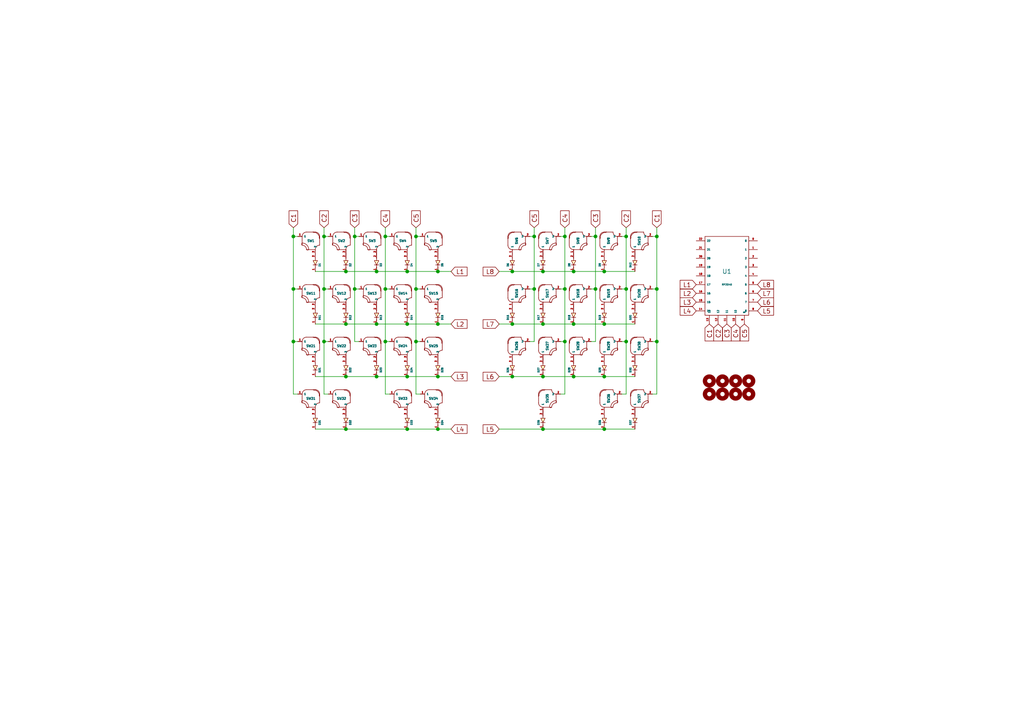
<source format=kicad_sch>
(kicad_sch (version 20211123) (generator eeschema)
  (paper "A4")
  (lib_symbols
    (symbol "Diode_1"
      (property "Reference" "D" (at -0.635 -1.27 0))
      (symbol "Diode_1_1_1"
        (pin bidirectional line (at -2.54 0 0) (length 1.27) (name "") (number "1"))
        (pin bidirectional line (at 2.54 0 180) (length 1.27) (name "") (number "2"))
      )
    )
    (symbol "Diode_10"
      (property "Reference" "D" (at -0.635 -1.27 0))
      (symbol "Diode_10_1_1"
        (pin bidirectional line (at -2.54 0 0) (length 1.27) (name "") (number "1"))
        (pin bidirectional line (at 2.54 0 180) (length 1.27) (name "") (number "2"))
      )
    )
    (symbol "Diode_11"
      (property "Reference" "D" (at -0.635 -1.27 0))
      (symbol "Diode_11_1_1"
        (pin bidirectional line (at -2.54 0 0) (length 1.27) (name "") (number "1"))
        (pin bidirectional line (at 2.54 0 180) (length 1.27) (name "") (number "2"))
      )
    )
    (symbol "Diode_12"
      (property "Reference" "D" (at -0.635 -1.27 0))
      (symbol "Diode_12_1_1"
        (pin bidirectional line (at -2.54 0 0) (length 1.27) (name "") (number "1"))
        (pin bidirectional line (at 2.54 0 180) (length 1.27) (name "") (number "2"))
      )
    )
    (symbol "Diode_13"
      (property "Reference" "D" (at -0.635 -1.27 0))
      (symbol "Diode_13_1_1"
        (pin bidirectional line (at -2.54 0 0) (length 1.27) (name "") (number "1"))
        (pin bidirectional line (at 2.54 0 180) (length 1.27) (name "") (number "2"))
      )
    )
    (symbol "Diode_14"
      (property "Reference" "D" (at -0.635 -1.27 0))
      (symbol "Diode_14_1_1"
        (pin bidirectional line (at -2.54 0 0) (length 1.27) (name "") (number "1"))
        (pin bidirectional line (at 2.54 0 180) (length 1.27) (name "") (number "2"))
      )
    )
    (symbol "Diode_15"
      (property "Reference" "D" (at -0.635 -1.27 0))
      (symbol "Diode_15_1_1"
        (pin bidirectional line (at -2.54 0 0) (length 1.27) (name "") (number "1"))
        (pin bidirectional line (at 2.54 0 180) (length 1.27) (name "") (number "2"))
      )
    )
    (symbol "Diode_16"
      (property "Reference" "D" (at -0.635 -1.27 0))
      (symbol "Diode_16_1_1"
        (pin bidirectional line (at -2.54 0 0) (length 1.27) (name "") (number "1"))
        (pin bidirectional line (at 2.54 0 180) (length 1.27) (name "") (number "2"))
      )
    )
    (symbol "Diode_17"
      (property "Reference" "D" (at -0.635 -1.27 0))
      (symbol "Diode_17_1_1"
        (pin bidirectional line (at -2.54 0 0) (length 1.27) (name "") (number "1"))
        (pin bidirectional line (at 2.54 0 180) (length 1.27) (name "") (number "2"))
      )
    )
    (symbol "Diode_18"
      (property "Reference" "D" (at -0.635 -1.27 0))
      (symbol "Diode_18_1_1"
        (pin bidirectional line (at -2.54 0 0) (length 1.27) (name "") (number "1"))
        (pin bidirectional line (at 2.54 0 180) (length 1.27) (name "") (number "2"))
      )
    )
    (symbol "Diode_19"
      (property "Reference" "D" (at -0.635 -1.27 0))
      (symbol "Diode_19_1_1"
        (pin bidirectional line (at -2.54 0 0) (length 1.27) (name "") (number "1"))
        (pin bidirectional line (at 2.54 0 180) (length 1.27) (name "") (number "2"))
      )
    )
    (symbol "Diode_2"
      (property "Reference" "D" (at -0.635 -1.27 0))
      (symbol "Diode_2_1_1"
        (pin bidirectional line (at -2.54 0 0) (length 1.27) (name "") (number "1"))
        (pin bidirectional line (at 2.54 0 180) (length 1.27) (name "") (number "2"))
      )
    )
    (symbol "Diode_20"
      (property "Reference" "D" (at -0.635 -1.27 0))
      (symbol "Diode_20_1_1"
        (pin bidirectional line (at -2.54 0 0) (length 1.27) (name "") (number "1"))
        (pin bidirectional line (at 2.54 0 180) (length 1.27) (name "") (number "2"))
      )
    )
    (symbol "Diode_21"
      (property "Reference" "D" (at -0.635 -1.27 0))
      (symbol "Diode_21_1_1"
        (pin bidirectional line (at -2.54 0 0) (length 1.27) (name "") (number "1"))
        (pin bidirectional line (at 2.54 0 180) (length 1.27) (name "") (number "2"))
      )
    )
    (symbol "Diode_22"
      (property "Reference" "D" (at -0.635 -1.27 0))
      (symbol "Diode_22_1_1"
        (pin bidirectional line (at -2.54 0 0) (length 1.27) (name "") (number "1"))
        (pin bidirectional line (at 2.54 0 180) (length 1.27) (name "") (number "2"))
      )
    )
    (symbol "Diode_23"
      (property "Reference" "D" (at -0.635 -1.27 0))
      (symbol "Diode_23_1_1"
        (pin bidirectional line (at -2.54 0 0) (length 1.27) (name "") (number "1"))
        (pin bidirectional line (at 2.54 0 180) (length 1.27) (name "") (number "2"))
      )
    )
    (symbol "Diode_24"
      (property "Reference" "D" (at -0.635 -1.27 0))
      (symbol "Diode_24_1_1"
        (pin bidirectional line (at -2.54 0 0) (length 1.27) (name "") (number "1"))
        (pin bidirectional line (at 2.54 0 180) (length 1.27) (name "") (number "2"))
      )
    )
    (symbol "Diode_25"
      (property "Reference" "D" (at -0.635 -1.27 0))
      (symbol "Diode_25_1_1"
        (pin bidirectional line (at -2.54 0 0) (length 1.27) (name "") (number "1"))
        (pin bidirectional line (at 2.54 0 180) (length 1.27) (name "") (number "2"))
      )
    )
    (symbol "Diode_26"
      (property "Reference" "D" (at -0.635 -1.27 0))
      (symbol "Diode_26_1_1"
        (pin bidirectional line (at -2.54 0 0) (length 1.27) (name "") (number "1"))
        (pin bidirectional line (at 2.54 0 180) (length 1.27) (name "") (number "2"))
      )
    )
    (symbol "Diode_27"
      (property "Reference" "D" (at -0.635 -1.27 0))
      (symbol "Diode_27_1_1"
        (pin bidirectional line (at -2.54 0 0) (length 1.27) (name "") (number "1"))
        (pin bidirectional line (at 2.54 0 180) (length 1.27) (name "") (number "2"))
      )
    )
    (symbol "Diode_28"
      (property "Reference" "D" (at -0.635 -1.27 0))
      (symbol "Diode_28_1_1"
        (pin bidirectional line (at -2.54 0 0) (length 1.27) (name "") (number "1"))
        (pin bidirectional line (at 2.54 0 180) (length 1.27) (name "") (number "2"))
      )
    )
    (symbol "Diode_29"
      (property "Reference" "D" (at -0.635 -1.27 0))
      (symbol "Diode_29_1_1"
        (pin bidirectional line (at -2.54 0 0) (length 1.27) (name "") (number "1"))
        (pin bidirectional line (at 2.54 0 180) (length 1.27) (name "") (number "2"))
      )
    )
    (symbol "Diode_3"
      (property "Reference" "D" (at -0.635 -1.27 0))
      (symbol "Diode_3_1_1"
        (pin bidirectional line (at -2.54 0 0) (length 1.27) (name "") (number "1"))
        (pin bidirectional line (at 2.54 0 180) (length 1.27) (name "") (number "2"))
      )
    )
    (symbol "Diode_30"
      (property "Reference" "D" (at -0.635 -1.27 0))
      (symbol "Diode_30_1_1"
        (pin bidirectional line (at -2.54 0 0) (length 1.27) (name "") (number "1"))
        (pin bidirectional line (at 2.54 0 180) (length 1.27) (name "") (number "2"))
      )
    )
    (symbol "Diode_31"
      (property "Reference" "D" (at -0.635 -1.27 0))
      (symbol "Diode_31_1_1"
        (pin bidirectional line (at -2.54 0 0) (length 1.27) (name "") (number "1"))
        (pin bidirectional line (at 2.54 0 180) (length 1.27) (name "") (number "2"))
      )
    )
    (symbol "Diode_32"
      (property "Reference" "D" (at -0.635 -1.27 0))
      (symbol "Diode_32_1_1"
        (pin bidirectional line (at -2.54 0 0) (length 1.27) (name "") (number "1"))
        (pin bidirectional line (at 2.54 0 180) (length 1.27) (name "") (number "2"))
      )
    )
    (symbol "Diode_33"
      (property "Reference" "D" (at -0.635 -1.27 0))
      (symbol "Diode_33_1_1"
        (pin bidirectional line (at -2.54 0 0) (length 1.27) (name "") (number "1"))
        (pin bidirectional line (at 2.54 0 180) (length 1.27) (name "") (number "2"))
      )
    )
    (symbol "Diode_34"
      (property "Reference" "D" (at -0.635 -1.27 0))
      (symbol "Diode_34_1_1"
        (pin bidirectional line (at -2.54 0 0) (length 1.27) (name "") (number "1"))
        (pin bidirectional line (at 2.54 0 180) (length 1.27) (name "") (number "2"))
      )
    )
    (symbol "Diode_35"
      (property "Reference" "D" (at -0.635 -1.27 0))
      (symbol "Diode_35_1_1"
        (pin bidirectional line (at -2.54 0 0) (length 1.27) (name "") (number "1"))
        (pin bidirectional line (at 2.54 0 180) (length 1.27) (name "") (number "2"))
      )
    )
    (symbol "Diode_36"
      (property "Reference" "D" (at -0.635 -1.27 0))
      (symbol "Diode_36_1_1"
        (pin bidirectional line (at -2.54 0 0) (length 1.27) (name "") (number "1"))
        (pin bidirectional line (at 2.54 0 180) (length 1.27) (name "") (number "2"))
      )
    )
    (symbol "Diode_4"
      (property "Reference" "D" (at -0.635 -1.27 0))
      (symbol "Diode_4_1_1"
        (pin bidirectional line (at -2.54 0 0) (length 1.27) (name "") (number "1"))
        (pin bidirectional line (at 2.54 0 180) (length 1.27) (name "") (number "2"))
      )
    )
    (symbol "Diode_5"
      (property "Reference" "D" (at -0.635 -1.27 0))
      (symbol "Diode_5_1_1"
        (pin bidirectional line (at -2.54 0 0) (length 1.27) (name "") (number "1"))
        (pin bidirectional line (at 2.54 0 180) (length 1.27) (name "") (number "2"))
      )
    )
    (symbol "Diode_6"
      (property "Reference" "D" (at -0.635 -1.27 0))
      (symbol "Diode_6_1_1"
        (pin bidirectional line (at -2.54 0 0) (length 1.27) (name "") (number "1"))
        (pin bidirectional line (at 2.54 0 180) (length 1.27) (name "") (number "2"))
      )
    )
    (symbol "Diode_7"
      (property "Reference" "D" (at -0.635 -1.27 0))
      (symbol "Diode_7_1_1"
        (pin bidirectional line (at -2.54 0 0) (length 1.27) (name "") (number "1"))
        (pin bidirectional line (at 2.54 0 180) (length 1.27) (name "") (number "2"))
      )
    )
    (symbol "Diode_8"
      (property "Reference" "D" (at -0.635 -1.27 0))
      (symbol "Diode_8_1_1"
        (pin bidirectional line (at -2.54 0 0) (length 1.27) (name "") (number "1"))
        (pin bidirectional line (at 2.54 0 180) (length 1.27) (name "") (number "2"))
      )
    )
    (symbol "Diode_9"
      (property "Reference" "D" (at -0.635 -1.27 0))
      (symbol "Diode_9_1_1"
        (pin bidirectional line (at -2.54 0 0) (length 1.27) (name "") (number "1"))
        (pin bidirectional line (at 2.54 0 180) (length 1.27) (name "") (number "2"))
      )
    )
    (symbol "Mechanical:MountingHole" (pin_names (offset 1.016))
      (property "Reference" "H" (at 0 5.08 0))
      (property "Value" "MountingHole" (at 0 3.175 0))
    )
    (symbol "keyb:Diode"
      (property "Reference" "D" (at -0.635 -1.27 0))
      (symbol "Diode_1_1"
        (pin bidirectional line (at -2.54 0 0) (length 1.27) (name "") (number "1"))
        (pin bidirectional line (at 2.54 0 180) (length 1.27) (name "") (number "2"))
      )
    )
    (symbol "keyb:RP2040"
      (property "Reference" "U" (at 0 1.27 0))
      (property "Value" "RP2040" (at 0 -2.54 0))
      (symbol "RP2040_1_1"
        (pin bidirectional line (at 8.89 10.16 180) (length 2.54) (name "0") (number "0"))
        (pin bidirectional line (at 8.89 7.62 180) (length 2.54) (name "1") (number "1"))
        (pin bidirectional line (at 2.54 -13.97 90) (length 2.54) (name "10") (number "10"))
        (pin bidirectional line (at 0 -13.97 90) (length 2.54) (name "11") (number "11"))
        (pin bidirectional line (at -2.54 -13.97 90) (length 2.54) (name "12") (number "12"))
        (pin bidirectional line (at -5.08 -13.97 90) (length 2.54) (name "13") (number "13"))
        (pin bidirectional line (at -8.89 -10.16 0) (length 2.54) (name "14") (number "14"))
        (pin bidirectional line (at -8.89 -7.62 0) (length 2.54) (name "15") (number "15"))
        (pin bidirectional line (at -8.89 -5.08 0) (length 2.54) (name "16") (number "16"))
        (pin bidirectional line (at -8.89 -2.54 0) (length 2.54) (name "17") (number "17"))
        (pin bidirectional line (at -8.89 0 0) (length 2.54) (name "18") (number "18"))
        (pin bidirectional line (at -8.89 2.54 0) (length 2.54) (name "19") (number "19"))
        (pin bidirectional line (at 8.89 5.08 180) (length 2.54) (name "2") (number "2"))
        (pin bidirectional line (at -8.89 5.08 0) (length 2.54) (name "20") (number "20"))
        (pin bidirectional line (at -8.89 7.62 0) (length 2.54) (name "21") (number "21"))
        (pin bidirectional line (at -8.89 10.16 0) (length 2.54) (name "22") (number "22"))
        (pin bidirectional line (at 8.89 2.54 180) (length 2.54) (name "3") (number "3"))
        (pin bidirectional line (at 8.89 0 180) (length 2.54) (name "4") (number "4"))
        (pin bidirectional line (at 8.89 -2.54 180) (length 2.54) (name "5") (number "5"))
        (pin bidirectional line (at 8.89 -5.08 180) (length 2.54) (name "6") (number "6"))
        (pin bidirectional line (at 8.89 -7.62 180) (length 2.54) (name "7") (number "7"))
        (pin bidirectional line (at 8.89 -10.16 180) (length 2.54) (name "8") (number "8"))
        (pin bidirectional line (at 5.08 -13.97 90) (length 2.54) (name "9") (number "9"))
      )
    )
    (symbol "keyb:key"
      (property "Reference" "SW" (at 0 0 0))
      (symbol "key_1_1"
        (pin bidirectional line (at -3.81 1.27 0) (length 1.27) (name "1") (number "1"))
        (pin bidirectional line (at 1.27 -3.81 90) (length 1.27) (name "2") (number "2"))
      )
    )
  )
  (junction (at 120.65 99.06))
  (junction (at 157.48 124.46))
  (junction (at 166.37 93.98))
  (junction (at 154.94 68.58))
  (junction (at 85.09 99.06))
  (junction (at 148.59 78.74))
  (junction (at 85.09 68.58))
  (junction (at 163.83 68.58))
  (junction (at 111.76 68.58))
  (junction (at 120.65 83.82))
  (junction (at 148.59 109.22))
  (junction (at 118.11 78.74))
  (junction (at 181.61 68.58))
  (junction (at 157.48 93.98))
  (junction (at 154.94 83.82))
  (junction (at 100.33 93.98))
  (junction (at 190.5 99.06))
  (junction (at 100.33 78.74))
  (junction (at 166.37 109.22))
  (junction (at 157.48 109.22))
  (junction (at 118.11 124.46))
  (junction (at 109.22 78.74))
  (junction (at 163.83 99.06))
  (junction (at 85.09 83.82))
  (junction (at 102.87 68.58))
  (junction (at 172.72 68.58))
  (junction (at 175.26 93.98))
  (junction (at 166.37 78.74))
  (junction (at 127 93.98))
  (junction (at 100.33 124.46))
  (junction (at 127 78.74))
  (junction (at 109.22 109.22))
  (junction (at 109.22 93.98))
  (junction (at 93.98 99.06))
  (junction (at 172.72 83.82))
  (junction (at 157.48 78.74))
  (junction (at 93.98 83.82))
  (junction (at 190.5 68.58))
  (junction (at 102.87 83.82))
  (junction (at 190.5 83.82))
  (junction (at 111.76 99.06))
  (junction (at 175.26 109.22))
  (junction (at 175.26 78.74))
  (junction (at 118.11 93.98))
  (junction (at 127 124.46))
  (junction (at 163.83 83.82))
  (junction (at 175.26 124.46))
  (junction (at 181.61 99.06))
  (junction (at 100.33 109.22))
  (junction (at 118.11 109.22))
  (junction (at 93.98 68.58))
  (junction (at 181.61 83.82))
  (junction (at 111.76 83.82))
  (junction (at 148.59 93.98))
  (junction (at 127 109.22))
  (junction (at 120.65 68.58))
  (wire (pts (xy 184.15 124.46) (xy 175.26 124.46)))
  (wire (pts (xy 181.61 68.58) (xy 180.34 68.58)))
  (wire (pts (xy 144.78 124.46) (xy 157.48 124.46)))
  (wire (pts (xy 154.94 66.04) (xy 154.94 68.58)))
  (wire (pts (xy 120.65 68.58) (xy 120.65 83.82)))
  (wire (pts (xy 118.11 93.98) (xy 127 93.98)))
  (wire (pts (xy 175.26 93.98) (xy 166.37 93.98)))
  (wire (pts (xy 120.65 99.06) (xy 121.92 99.06)))
  (wire (pts (xy 100.33 93.98) (xy 109.22 93.98)))
  (wire (pts (xy 154.94 99.06) (xy 153.67 99.06)))
  (wire (pts (xy 172.72 83.82) (xy 171.45 83.82)))
  (wire (pts (xy 172.72 68.58) (xy 171.45 68.58)))
  (wire (pts (xy 127 93.98) (xy 130.81 93.98)))
  (wire (pts (xy 120.65 114.3) (xy 121.92 114.3)))
  (wire (pts (xy 93.98 99.06) (xy 95.25 99.06)))
  (wire (pts (xy 102.87 68.58) (xy 104.14 68.58)))
  (wire (pts (xy 102.87 83.82) (xy 104.14 83.82)))
  (wire (pts (xy 163.83 68.58) (xy 162.56 68.58)))
  (wire (pts (xy 163.83 68.58) (xy 163.83 83.82)))
  (wire (pts (xy 154.94 83.82) (xy 154.94 99.06)))
  (wire (pts (xy 166.37 109.22) (xy 157.48 109.22)))
  (wire (pts (xy 111.76 68.58) (xy 113.03 68.58)))
  (wire (pts (xy 181.61 114.3) (xy 180.34 114.3)))
  (wire (pts (xy 120.65 68.58) (xy 121.92 68.58)))
  (wire (pts (xy 120.65 99.06) (xy 120.65 114.3)))
  (wire (pts (xy 154.94 68.58) (xy 153.67 68.58)))
  (wire (pts (xy 111.76 68.58) (xy 111.76 83.82)))
  (wire (pts (xy 100.33 78.74) (xy 109.22 78.74)))
  (wire (pts (xy 181.61 66.04) (xy 181.61 68.58)))
  (wire (pts (xy 93.98 68.58) (xy 95.25 68.58)))
  (wire (pts (xy 148.59 78.74) (xy 144.78 78.74)))
  (wire (pts (xy 91.44 124.46) (xy 100.33 124.46)))
  (wire (pts (xy 148.59 93.98) (xy 144.78 93.98)))
  (wire (pts (xy 163.83 99.06) (xy 163.83 114.3)))
  (wire (pts (xy 85.09 68.58) (xy 86.36 68.58)))
  (wire (pts (xy 181.61 99.06) (xy 181.61 114.3)))
  (wire (pts (xy 111.76 99.06) (xy 111.76 114.3)))
  (wire (pts (xy 181.61 83.82) (xy 180.34 83.82)))
  (wire (pts (xy 100.33 124.46) (xy 118.11 124.46)))
  (wire (pts (xy 100.33 109.22) (xy 109.22 109.22)))
  (wire (pts (xy 102.87 83.82) (xy 102.87 99.06)))
  (wire (pts (xy 163.83 99.06) (xy 162.56 99.06)))
  (wire (pts (xy 91.44 93.98) (xy 100.33 93.98)))
  (wire (pts (xy 127 124.46) (xy 130.81 124.46)))
  (wire (pts (xy 166.37 93.98) (xy 157.48 93.98)))
  (wire (pts (xy 120.65 83.82) (xy 120.65 99.06)))
  (wire (pts (xy 157.48 124.46) (xy 175.26 124.46)))
  (wire (pts (xy 175.26 78.74) (xy 166.37 78.74)))
  (wire (pts (xy 111.76 83.82) (xy 111.76 99.06)))
  (wire (pts (xy 118.11 109.22) (xy 127 109.22)))
  (wire (pts (xy 93.98 114.3) (xy 95.25 114.3)))
  (wire (pts (xy 181.61 68.58) (xy 181.61 83.82)))
  (wire (pts (xy 154.94 83.82) (xy 153.67 83.82)))
  (wire (pts (xy 172.72 66.04) (xy 172.72 68.58)))
  (wire (pts (xy 190.5 68.58) (xy 189.23 68.58)))
  (wire (pts (xy 127 109.22) (xy 130.81 109.22)))
  (wire (pts (xy 175.26 109.22) (xy 166.37 109.22)))
  (wire (pts (xy 148.59 109.22) (xy 144.78 109.22)))
  (wire (pts (xy 111.76 83.82) (xy 113.03 83.82)))
  (wire (pts (xy 184.15 109.22) (xy 175.26 109.22)))
  (wire (pts (xy 93.98 83.82) (xy 93.98 99.06)))
  (wire (pts (xy 172.72 99.06) (xy 171.45 99.06)))
  (wire (pts (xy 85.09 83.82) (xy 85.09 99.06)))
  (wire (pts (xy 91.44 78.74) (xy 100.33 78.74)))
  (wire (pts (xy 184.15 78.74) (xy 175.26 78.74)))
  (wire (pts (xy 163.83 114.3) (xy 162.56 114.3)))
  (wire (pts (xy 91.44 109.22) (xy 100.33 109.22)))
  (wire (pts (xy 109.22 93.98) (xy 118.11 93.98)))
  (wire (pts (xy 93.98 99.06) (xy 93.98 114.3)))
  (wire (pts (xy 190.5 68.58) (xy 190.5 83.82)))
  (wire (pts (xy 109.22 78.74) (xy 118.11 78.74)))
  (wire (pts (xy 102.87 66.04) (xy 102.87 68.58)))
  (wire (pts (xy 157.48 109.22) (xy 148.59 109.22)))
  (wire (pts (xy 85.09 99.06) (xy 86.36 99.06)))
  (wire (pts (xy 163.83 66.04) (xy 163.83 68.58)))
  (wire (pts (xy 127 78.74) (xy 130.81 78.74)))
  (wire (pts (xy 190.5 83.82) (xy 190.5 99.06)))
  (wire (pts (xy 118.11 124.46) (xy 127 124.46)))
  (wire (pts (xy 85.09 83.82) (xy 86.36 83.82)))
  (wire (pts (xy 85.09 114.3) (xy 86.36 114.3)))
  (wire (pts (xy 85.09 66.04) (xy 85.09 68.58)))
  (wire (pts (xy 163.83 83.82) (xy 163.83 99.06)))
  (wire (pts (xy 102.87 99.06) (xy 104.14 99.06)))
  (wire (pts (xy 184.15 93.98) (xy 175.26 93.98)))
  (wire (pts (xy 163.83 83.82) (xy 162.56 83.82)))
  (wire (pts (xy 85.09 68.58) (xy 85.09 83.82)))
  (wire (pts (xy 181.61 99.06) (xy 180.34 99.06)))
  (wire (pts (xy 190.5 99.06) (xy 189.23 99.06)))
  (wire (pts (xy 118.11 78.74) (xy 127 78.74)))
  (wire (pts (xy 190.5 114.3) (xy 189.23 114.3)))
  (wire (pts (xy 172.72 83.82) (xy 172.72 99.06)))
  (wire (pts (xy 109.22 109.22) (xy 118.11 109.22)))
  (wire (pts (xy 102.87 68.58) (xy 102.87 83.82)))
  (wire (pts (xy 154.94 68.58) (xy 154.94 83.82)))
  (wire (pts (xy 111.76 99.06) (xy 113.03 99.06)))
  (wire (pts (xy 190.5 66.04) (xy 190.5 68.58)))
  (wire (pts (xy 166.37 78.74) (xy 157.48 78.74)))
  (wire (pts (xy 190.5 83.82) (xy 189.23 83.82)))
  (wire (pts (xy 111.76 114.3) (xy 113.03 114.3)))
  (wire (pts (xy 85.09 99.06) (xy 85.09 114.3)))
  (wire (pts (xy 181.61 83.82) (xy 181.61 99.06)))
  (wire (pts (xy 93.98 66.04) (xy 93.98 68.58)))
  (wire (pts (xy 93.98 83.82) (xy 95.25 83.82)))
  (wire (pts (xy 157.48 93.98) (xy 148.59 93.98)))
  (wire (pts (xy 172.72 68.58) (xy 172.72 83.82)))
  (wire (pts (xy 120.65 66.04) (xy 120.65 68.58)))
  (wire (pts (xy 157.48 78.74) (xy 148.59 78.74)))
  (wire (pts (xy 111.76 66.04) (xy 111.76 68.58)))
  (wire (pts (xy 190.5 99.06) (xy 190.5 114.3)))
  (wire (pts (xy 93.98 68.58) (xy 93.98 83.82)))
  (wire (pts (xy 120.65 83.82) (xy 121.92 83.82)))
  (global_label "C3" (shape input) (at 172.72 66.04 90) (property "Références Inter-Feuilles" "${INTERSHEET_REFS}" (effects hide)))
  (global_label "C1" (shape input) (at 205.74 93.98 270) (property "Références Inter-Feuilles" "${INTERSHEET_REFS}" (effects hide)))
  (global_label "L7" (shape input) (at 219.71 85.09 0) (property "Références Inter-Feuilles" "${INTERSHEET_REFS}" (effects hide)))
  (global_label "C1" (shape input) (at 190.5 66.04 90) (property "Références Inter-Feuilles" "${INTERSHEET_REFS}" (effects hide)))
  (global_label "L2" (shape input) (at 130.81 93.98 0) (property "Références Inter-Feuilles" "${INTERSHEET_REFS}" (effects hide)))
  (global_label "C4" (shape input) (at 213.36 93.98 270) (property "Références Inter-Feuilles" "${INTERSHEET_REFS}" (effects hide)))
  (global_label "C4" (shape input) (at 163.83 66.04 90) (property "Références Inter-Feuilles" "${INTERSHEET_REFS}" (effects hide)))
  (global_label "L1" (shape input) (at 130.81 78.74 0) (property "Références Inter-Feuilles" "${INTERSHEET_REFS}" (effects hide)))
  (global_label "C1" (shape input) (at 85.09 66.04 90) (property "Références Inter-Feuilles" "${INTERSHEET_REFS}" (effects hide)))
  (global_label "L1" (shape input) (at 201.93 82.55 180) (property "Références Inter-Feuilles" "${INTERSHEET_REFS}" (effects hide)))
  (global_label "C2" (shape input) (at 208.28 93.98 270) (property "Références Inter-Feuilles" "${INTERSHEET_REFS}" (effects hide)))
  (global_label "C5" (shape input) (at 215.9 93.98 270) (property "Références Inter-Feuilles" "${INTERSHEET_REFS}" (effects hide)))
  (global_label "C5" (shape input) (at 120.65 66.04 90) (property "Références Inter-Feuilles" "${INTERSHEET_REFS}" (effects hide)))
  (global_label "L7" (shape input) (at 144.78 93.98 180) (property "Références Inter-Feuilles" "${INTERSHEET_REFS}" (effects hide)))
  (global_label "L3" (shape input) (at 130.81 109.22 0) (property "Références Inter-Feuilles" "${INTERSHEET_REFS}" (effects hide)))
  (global_label "C3" (shape input) (at 210.82 93.98 270) (property "Références Inter-Feuilles" "${INTERSHEET_REFS}" (effects hide)))
  (global_label "L6" (shape input) (at 219.71 87.63 0) (property "Références Inter-Feuilles" "${INTERSHEET_REFS}" (effects hide)))
  (global_label "C2" (shape input) (at 93.98 66.04 90) (property "Références Inter-Feuilles" "${INTERSHEET_REFS}" (effects hide)))
  (global_label "L5" (shape input) (at 219.71 90.17 0) (property "Références Inter-Feuilles" "${INTERSHEET_REFS}" (effects hide)))
  (global_label "L3" (shape input) (at 201.93 87.63 180) (property "Références Inter-Feuilles" "${INTERSHEET_REFS}" (effects hide)))
  (global_label "L5" (shape input) (at 144.78 124.46 180) (property "Références Inter-Feuilles" "${INTERSHEET_REFS}" (effects hide)))
  (global_label "C5" (shape input) (at 154.94 66.04 90) (property "Références Inter-Feuilles" "${INTERSHEET_REFS}" (effects hide)))
  (global_label "C3" (shape input) (at 102.87 66.04 90) (property "Références Inter-Feuilles" "${INTERSHEET_REFS}" (effects hide)))
  (global_label "L4" (shape input) (at 130.81 124.46 0) (property "Références Inter-Feuilles" "${INTERSHEET_REFS}" (effects hide)))
  (global_label "L6" (shape input) (at 144.78 109.22 180) (property "Références Inter-Feuilles" "${INTERSHEET_REFS}" (effects hide)))
  (global_label "C2" (shape input) (at 181.61 66.04 90) (property "Références Inter-Feuilles" "${INTERSHEET_REFS}" (effects hide)))
  (global_label "L2" (shape input) (at 201.93 85.09 180) (property "Références Inter-Feuilles" "${INTERSHEET_REFS}" (effects hide)))
  (global_label "L8" (shape input) (at 219.71 82.55 0) (property "Références Inter-Feuilles" "${INTERSHEET_REFS}" (effects hide)))
  (global_label "C4" (shape input) (at 111.76 66.04 90) (property "Références Inter-Feuilles" "${INTERSHEET_REFS}" (effects hide)))
  (global_label "L8" (shape input) (at 144.78 78.74 180) (property "Références Inter-Feuilles" "${INTERSHEET_REFS}" (effects hide)))
  (global_label "L4" (shape input) (at 201.93 90.17 180) (property "Références Inter-Feuilles" "${INTERSHEET_REFS}" (effects hide)))
  (symbol (lib_id "Mechanical:MountingHole") (at 205.74 110.49 0) (unit 1)
    (property "Reference" "H1" (effects hide))
    (property "Value" "MountingHole" (effects hide))
    (property "Footprint" "MountingHole:MountingHole_2.2mm_M2" (effects hide))
  )
  (symbol (lib_name "Diode_21") (lib_id "keyb:Diode") (at 157.48 121.92 270) (mirror x) (unit 1)
    (property "Reference" "D35" (at 156.21 122.555 0) (effects (font (size 0.5 0.5))))
    (property "Value" "Diode" (effects hide))
    (property "Footprint" "keyb-libs:Diode" (effects hide))
  )
  (symbol (lib_id "Mechanical:MountingHole") (at 213.36 110.49 0) (unit 1)
    (property "Reference" "H3" (effects hide))
    (property "Value" "MountingHole" (effects hide))
    (property "Footprint" "MountingHole:MountingHole_2.2mm_M2" (effects hide))
  )
  (symbol (lib_id "keyb:key") (at 90.17 69.85 0) (unit 1)
    (property "Reference" "SW1" (at 90.17 69.85 0) (effects (font (size 0.65 0.65))))
    (property "Value" "key" (effects hide))
    (property "Footprint" "keyb-libs:MX-5pin" (effects hide))
  )
  (symbol (lib_name "Diode_16") (lib_id "keyb:Diode") (at 100.33 91.44 90) (unit 1)
    (property "Reference" "D12" (at 101.6 92.075 0) (effects (font (size 0.5 0.5))))
    (property "Value" "Diode" (effects hide))
    (property "Footprint" "keyb-libs:Diode" (effects hide))
  )
  (symbol (lib_name "Diode_14") (lib_id "keyb:Diode") (at 100.33 121.92 90) (unit 1)
    (property "Reference" "D32" (at 101.6 122.555 0) (effects (font (size 0.5 0.5))))
    (property "Value" "Diode" (effects hide))
    (property "Footprint" "keyb-libs:Diode" (effects hide))
  )
  (symbol (lib_id "keyb:key") (at 99.06 69.85 0) (unit 1)
    (property "Reference" "SW2" (at 99.06 69.85 0) (effects (font (size 0.65 0.65))))
    (property "Value" "key" (effects hide))
    (property "Footprint" "keyb-libs:MX-5pin" (effects hide))
  )
  (symbol (lib_name "Diode_20") (lib_id "keyb:Diode") (at 148.59 106.68 270) (mirror x) (unit 1)
    (property "Reference" "D26" (at 147.32 107.315 0) (effects (font (size 0.5 0.5))))
    (property "Value" "Diode" (effects hide))
    (property "Footprint" "keyb-libs:Diode" (effects hide))
  )
  (symbol (lib_name "Diode_15") (lib_id "keyb:Diode") (at 91.44 121.92 90) (unit 1)
    (property "Reference" "D31" (at 92.71 122.555 0) (effects (font (size 0.5 0.5))))
    (property "Value" "Diode" (effects hide))
    (property "Footprint" "keyb-libs:Diode" (effects hide))
  )
  (symbol (lib_name "Diode_1") (lib_id "keyb:Diode") (at 100.33 76.2 90) (unit 1)
    (property "Reference" "D2" (at 101.6 76.835 0) (effects (font (size 0.5 0.5))))
    (property "Value" "Diode" (effects hide))
    (property "Footprint" "keyb-libs:Diode" (effects hide))
  )
  (symbol (lib_name "Diode_27") (lib_id "keyb:Diode") (at 175.26 121.92 270) (mirror x) (unit 1)
    (property "Reference" "D36" (at 173.99 122.555 0) (effects (font (size 0.5 0.5))))
    (property "Value" "Diode" (effects hide))
    (property "Footprint" "keyb-libs:Diode" (effects hide))
  )
  (symbol (lib_id "keyb:key") (at 149.86 85.09 90) (unit 1)
    (property "Reference" "SW16" (at 149.86 85.09 0) (effects (font (size 0.65 0.65))))
    (property "Value" "key" (effects hide))
    (property "Footprint" "keyb-libs:MX-5pin" (effects hide))
  )
  (symbol (lib_name "Diode_3") (lib_id "keyb:Diode") (at 127 106.68 90) (unit 1)
    (property "Reference" "D25" (at 128.27 107.315 0) (effects (font (size 0.5 0.5))))
    (property "Value" "Diode" (effects hide))
    (property "Footprint" "keyb-libs:Diode" (effects hide))
  )
  (symbol (lib_id "keyb:key") (at 158.75 85.09 90) (unit 1)
    (property "Reference" "SW17" (at 158.75 85.09 0) (effects (font (size 0.65 0.65))))
    (property "Value" "key" (effects hide))
    (property "Footprint" "keyb-libs:MX-5pin" (effects hide))
  )
  (symbol (lib_id "Mechanical:MountingHole") (at 217.17 114.3 0) (unit 1)
    (property "Reference" "H8" (effects hide))
    (property "Value" "MountingHole" (effects hide))
    (property "Footprint" "MountingHole:MountingHole_2.2mm_M2" (effects hide))
  )
  (symbol (lib_id "keyb:key") (at 107.95 85.09 0) (unit 1)
    (property "Reference" "SW13" (at 107.95 85.09 0) (effects (font (size 0.65 0.65))))
    (property "Value" "key" (effects hide))
    (property "Footprint" "keyb-libs:MX-5pin" (effects hide))
  )
  (symbol (lib_id "keyb:key") (at 99.06 115.57 0) (unit 1)
    (property "Reference" "SW32" (at 99.06 115.57 0) (effects (font (size 0.65 0.65))))
    (property "Value" "key" (effects hide))
    (property "Footprint" "keyb-libs:MX-5pin" (effects hide))
  )
  (symbol (lib_name "Diode_2") (lib_id "keyb:Diode") (at 91.44 76.2 90) (unit 1)
    (property "Reference" "D1" (at 92.71 76.835 0) (effects (font (size 0.5 0.5))))
    (property "Value" "Diode" (effects hide))
    (property "Footprint" "keyb-libs:Diode" (effects hide))
  )
  (symbol (lib_name "Diode_31") (lib_id "keyb:Diode") (at 157.48 91.44 270) (mirror x) (unit 1)
    (property "Reference" "D17" (at 156.21 92.075 0) (effects (font (size 0.5 0.5))))
    (property "Value" "Diode" (effects hide))
    (property "Footprint" "keyb-libs:Diode" (effects hide))
  )
  (symbol (lib_name "Diode_23") (lib_id "keyb:Diode") (at 184.15 91.44 270) (mirror x) (unit 1)
    (property "Reference" "D20" (at 182.88 92.075 0) (effects (font (size 0.5 0.5))))
    (property "Value" "Diode" (effects hide))
    (property "Footprint" "keyb-libs:Diode" (effects hide))
  )
  (symbol (lib_id "keyb:key") (at 90.17 115.57 0) (unit 1)
    (property "Reference" "SW31" (at 90.17 115.57 0) (effects (font (size 0.65 0.65))))
    (property "Value" "key" (effects hide))
    (property "Footprint" "keyb-libs:MX-5pin" (effects hide))
  )
  (symbol (lib_name "Diode_35") (lib_id "keyb:Diode") (at 184.15 76.2 270) (mirror x) (unit 1)
    (property "Reference" "D10" (at 182.88 76.835 0) (effects (font (size 0.5 0.5))))
    (property "Value" "Diode" (effects hide))
    (property "Footprint" "keyb-libs:Diode" (effects hide))
  )
  (symbol (lib_id "keyb:key") (at 167.64 69.85 90) (unit 1)
    (property "Reference" "SW8" (at 167.64 69.85 0) (effects (font (size 0.65 0.65))))
    (property "Value" "key" (effects hide))
    (property "Footprint" "keyb-libs:MX-5pin" (effects hide))
  )
  (symbol (lib_name "Diode_10") (lib_id "keyb:Diode") (at 109.22 91.44 90) (unit 1)
    (property "Reference" "D13" (at 110.49 92.075 0) (effects (font (size 0.5 0.5))))
    (property "Value" "Diode" (effects hide))
    (property "Footprint" "keyb-libs:Diode" (effects hide))
  )
  (symbol (lib_name "Diode_4") (lib_id "keyb:Diode") (at 127 121.92 90) (unit 1)
    (property "Reference" "D34" (at 128.27 122.555 0) (effects (font (size 0.5 0.5))))
    (property "Value" "Diode" (effects hide))
    (property "Footprint" "keyb-libs:Diode" (effects hide))
  )
  (symbol (lib_id "Mechanical:MountingHole") (at 209.55 110.49 0) (unit 1)
    (property "Reference" "H2" (effects hide))
    (property "Value" "MountingHole" (effects hide))
    (property "Footprint" "MountingHole:MountingHole_2.2mm_M2" (effects hide))
  )
  (symbol (lib_id "keyb:Diode") (at 175.26 76.2 270) (mirror x) (unit 1)
    (property "Reference" "D9" (at 173.99 76.835 0) (effects (font (size 0.5 0.5))))
    (property "Value" "Diode" (effects hide))
    (property "Footprint" "keyb-libs:Diode" (effects hide))
  )
  (symbol (lib_id "keyb:key") (at 116.84 69.85 0) (unit 1)
    (property "Reference" "SW4" (at 116.84 69.85 0) (effects (font (size 0.65 0.65))))
    (property "Value" "key" (effects hide))
    (property "Footprint" "keyb-libs:MX-5pin" (effects hide))
  )
  (symbol (lib_id "keyb:key") (at 185.42 115.57 90) (unit 1)
    (property "Reference" "SW37" (at 185.42 115.57 0) (effects (font (size 0.65 0.65))))
    (property "Value" "key" (effects hide))
    (property "Footprint" "keyb-libs:MX-5pin" (effects hide))
  )
  (symbol (lib_id "keyb:key") (at 149.86 100.33 90) (unit 1)
    (property "Reference" "SW26" (at 149.86 100.33 0) (effects (font (size 0.65 0.65))))
    (property "Value" "key" (effects hide))
    (property "Footprint" "keyb-libs:MX-5pin" (effects hide))
  )
  (symbol (lib_name "Diode_8") (lib_id "keyb:Diode") (at 127 76.2 90) (unit 1)
    (property "Reference" "D5" (at 128.27 76.835 0) (effects (font (size 0.5 0.5))))
    (property "Value" "Diode" (effects hide))
    (property "Footprint" "keyb-libs:Diode" (effects hide))
  )
  (symbol (lib_name "Diode_32") (lib_id "keyb:Diode") (at 157.48 76.2 270) (mirror x) (unit 1)
    (property "Reference" "D7" (at 156.21 76.835 0) (effects (font (size 0.5 0.5))))
    (property "Value" "Diode" (effects hide))
    (property "Footprint" "keyb-libs:Diode" (effects hide))
  )
  (symbol (lib_id "keyb:key") (at 176.53 85.09 90) (unit 1)
    (property "Reference" "SW19" (at 176.53 85.09 0) (effects (font (size 0.65 0.65))))
    (property "Value" "key" (effects hide))
    (property "Footprint" "keyb-libs:MX-5pin" (effects hide))
  )
  (symbol (lib_name "Diode_30") (lib_id "keyb:Diode") (at 148.59 76.2 270) (mirror x) (unit 1)
    (property "Reference" "D6" (at 147.32 76.835 0) (effects (font (size 0.5 0.5))))
    (property "Value" "Diode" (effects hide))
    (property "Footprint" "keyb-libs:Diode" (effects hide))
  )
  (symbol (lib_id "keyb:key") (at 125.73 69.85 0) (unit 1)
    (property "Reference" "SW5" (at 125.73 69.85 0) (effects (font (size 0.65 0.65))))
    (property "Value" "key" (effects hide))
    (property "Footprint" "keyb-libs:MX-5pin" (effects hide))
  )
  (symbol (lib_name "Diode_5") (lib_id "keyb:Diode") (at 118.11 91.44 90) (unit 1)
    (property "Reference" "D14" (at 119.38 92.075 0) (effects (font (size 0.5 0.5))))
    (property "Value" "Diode" (effects hide))
    (property "Footprint" "keyb-libs:Diode" (effects hide))
  )
  (symbol (lib_id "keyb:key") (at 125.73 115.57 0) (unit 1)
    (property "Reference" "SW34" (at 125.73 115.57 0) (effects (font (size 0.65 0.65))))
    (property "Value" "key" (effects hide))
    (property "Footprint" "keyb-libs:MX-5pin" (effects hide))
  )
  (symbol (lib_id "keyb:key") (at 185.42 85.09 90) (unit 1)
    (property "Reference" "SW20" (at 185.42 85.09 0) (effects (font (size 0.65 0.65))))
    (property "Value" "key" (effects hide))
    (property "Footprint" "keyb-libs:MX-5pin" (effects hide))
  )
  (symbol (lib_id "Mechanical:MountingHole") (at 209.55 114.3 0) (unit 1)
    (property "Reference" "H6" (effects hide))
    (property "Value" "MountingHole" (effects hide))
    (property "Footprint" "MountingHole:MountingHole_2.2mm_M2" (effects hide))
  )
  (symbol (lib_id "keyb:key") (at 90.17 85.09 0) (unit 1)
    (property "Reference" "SW11" (at 90.17 85.09 0) (effects (font (size 0.65 0.65))))
    (property "Value" "key" (effects hide))
    (property "Footprint" "keyb-libs:MX-5pin" (effects hide))
  )
  (symbol (lib_id "keyb:key") (at 167.64 100.33 90) (unit 1)
    (property "Reference" "SW28" (at 167.64 100.33 0) (effects (font (size 0.65 0.65))))
    (property "Value" "key" (effects hide))
    (property "Footprint" "keyb-libs:MX-5pin" (effects hide))
  )
  (symbol (lib_id "keyb:key") (at 107.95 100.33 0) (unit 1)
    (property "Reference" "SW23" (at 107.95 100.33 0) (effects (font (size 0.65 0.65))))
    (property "Value" "key" (effects hide))
    (property "Footprint" "keyb-libs:MX-5pin" (effects hide))
  )
  (symbol (lib_name "Diode_28") (lib_id "keyb:Diode") (at 184.15 121.92 270) (mirror x) (unit 1)
    (property "Reference" "D37" (at 182.88 122.555 0) (effects (font (size 0.5 0.5))))
    (property "Value" "Diode" (effects hide))
    (property "Footprint" "keyb-libs:Diode" (effects hide))
  )
  (symbol (lib_id "keyb:key") (at 116.84 85.09 0) (unit 1)
    (property "Reference" "SW14" (at 116.84 85.09 0) (effects (font (size 0.65 0.65))))
    (property "Value" "key" (effects hide))
    (property "Footprint" "keyb-libs:MX-5pin" (effects hide))
  )
  (symbol (lib_name "Diode_26") (lib_id "keyb:Diode") (at 166.37 106.68 270) (mirror x) (unit 1)
    (property "Reference" "D28" (at 165.1 107.315 0) (effects (font (size 0.5 0.5))))
    (property "Value" "Diode" (effects hide))
    (property "Footprint" "keyb-libs:Diode" (effects hide))
  )
  (symbol (lib_id "keyb:key") (at 167.64 85.09 90) (unit 1)
    (property "Reference" "SW18" (at 167.64 85.09 0) (effects (font (size 0.65 0.65))))
    (property "Value" "key" (effects hide))
    (property "Footprint" "keyb-libs:MX-5pin" (effects hide))
  )
  (symbol (lib_id "keyb:key") (at 125.73 85.09 0) (unit 1)
    (property "Reference" "SW15" (at 125.73 85.09 0) (effects (font (size 0.65 0.65))))
    (property "Value" "key" (effects hide))
    (property "Footprint" "keyb-libs:MX-5pin" (effects hide))
  )
  (symbol (lib_id "keyb:key") (at 176.53 115.57 90) (unit 1)
    (property "Reference" "SW36" (at 176.53 115.57 0) (effects (font (size 0.65 0.65))))
    (property "Value" "key" (effects hide))
    (property "Footprint" "keyb-libs:MX-5pin" (effects hide))
  )
  (symbol (lib_id "keyb:key") (at 176.53 100.33 90) (unit 1)
    (property "Reference" "SW29" (at 176.53 100.33 0) (effects (font (size 0.65 0.65))))
    (property "Value" "key" (effects hide))
    (property "Footprint" "keyb-libs:MX-5pin" (effects hide))
  )
  (symbol (lib_name "Diode_33") (lib_id "keyb:Diode") (at 175.26 91.44 270) (mirror x) (unit 1)
    (property "Reference" "D19" (at 173.99 92.075 0) (effects (font (size 0.5 0.5))))
    (property "Value" "Diode" (effects hide))
    (property "Footprint" "keyb-libs:Diode" (effects hide))
  )
  (symbol (lib_name "Diode_7") (lib_id "keyb:Diode") (at 109.22 76.2 90) (unit 1)
    (property "Reference" "D3" (at 110.49 76.835 0) (effects (font (size 0.5 0.5))))
    (property "Value" "Diode" (effects hide))
    (property "Footprint" "keyb-libs:Diode" (effects hide))
  )
  (symbol (lib_id "keyb:key") (at 158.75 100.33 90) (unit 1)
    (property "Reference" "SW27" (at 158.75 100.33 0) (effects (font (size 0.65 0.65))))
    (property "Value" "key" (effects hide))
    (property "Footprint" "keyb-libs:MX-5pin" (effects hide))
  )
  (symbol (lib_id "keyb:key") (at 90.17 100.33 0) (unit 1)
    (property "Reference" "SW21" (at 90.17 100.33 0) (effects (font (size 0.65 0.65))))
    (property "Value" "key" (effects hide))
    (property "Footprint" "keyb-libs:MX-5pin" (effects hide))
  )
  (symbol (lib_name "Diode_12") (lib_id "keyb:Diode") (at 109.22 106.68 90) (unit 1)
    (property "Reference" "D23" (at 110.49 107.315 0) (effects (font (size 0.5 0.5))))
    (property "Value" "Diode" (effects hide))
    (property "Footprint" "keyb-libs:Diode" (effects hide))
  )
  (symbol (lib_id "keyb:key") (at 149.86 69.85 90) (unit 1)
    (property "Reference" "SW6" (at 149.86 69.85 0) (effects (font (size 0.65 0.65))))
    (property "Value" "key" (effects hide))
    (property "Footprint" "keyb-libs:MX-5pin" (effects hide))
  )
  (symbol (lib_id "keyb:key") (at 185.42 100.33 90) (unit 1)
    (property "Reference" "SW30" (at 185.42 100.33 0) (effects (font (size 0.65 0.65))))
    (property "Value" "key" (effects hide))
    (property "Footprint" "keyb-libs:MX-5pin" (effects hide))
  )
  (symbol (lib_name "Diode_17") (lib_id "keyb:Diode") (at 91.44 106.68 90) (unit 1)
    (property "Reference" "D21" (at 92.71 107.315 0) (effects (font (size 0.5 0.5))))
    (property "Value" "Diode" (effects hide))
    (property "Footprint" "keyb-libs:Diode" (effects hide))
  )
  (symbol (lib_id "keyb:key") (at 99.06 100.33 0) (unit 1)
    (property "Reference" "SW22" (at 99.06 100.33 0) (effects (font (size 0.65 0.65))))
    (property "Value" "key" (effects hide))
    (property "Footprint" "keyb-libs:MX-5pin" (effects hide))
  )
  (symbol (lib_name "Diode_29") (lib_id "keyb:Diode") (at 148.59 91.44 270) (mirror x) (unit 1)
    (property "Reference" "D16" (at 147.32 92.075 0) (effects (font (size 0.5 0.5))))
    (property "Value" "Diode" (effects hide))
    (property "Footprint" "keyb-libs:Diode" (effects hide))
  )
  (symbol (lib_id "keyb:key") (at 185.42 69.85 90) (unit 1)
    (property "Reference" "SW10" (at 185.42 69.85 0) (effects (font (size 0.65 0.65))))
    (property "Value" "key" (effects hide))
    (property "Footprint" "keyb-libs:MX-5pin" (effects hide))
  )
  (symbol (lib_name "Diode_11") (lib_id "keyb:Diode") (at 118.11 106.68 90) (unit 1)
    (property "Reference" "D24" (at 119.38 107.315 0) (effects (font (size 0.5 0.5))))
    (property "Value" "Diode" (effects hide))
    (property "Footprint" "keyb-libs:Diode" (effects hide))
  )
  (symbol (lib_name "Diode_6") (lib_id "keyb:Diode") (at 118.11 76.2 90) (unit 1)
    (property "Reference" "D4" (at 119.38 76.835 0) (effects (font (size 0.5 0.5))))
    (property "Value" "Diode" (effects hide))
    (property "Footprint" "keyb-libs:Diode" (effects hide))
  )
  (symbol (lib_name "Diode_19") (lib_id "keyb:Diode") (at 91.44 91.44 90) (unit 1)
    (property "Reference" "D11" (at 92.71 92.075 0) (effects (font (size 0.5 0.5))))
    (property "Value" "Diode" (effects hide))
    (property "Footprint" "keyb-libs:Diode" (effects hide))
  )
  (symbol (lib_id "Mechanical:MountingHole") (at 205.74 114.3 0) (unit 1)
    (property "Reference" "H5" (effects hide))
    (property "Value" "MountingHole" (effects hide))
    (property "Footprint" "MountingHole:MountingHole_2.2mm_M2" (effects hide))
  )
  (symbol (lib_name "Diode_22") (lib_id "keyb:Diode") (at 157.48 106.68 270) (mirror x) (unit 1)
    (property "Reference" "D27" (at 156.21 107.315 0) (effects (font (size 0.5 0.5))))
    (property "Value" "Diode" (effects hide))
    (property "Footprint" "keyb-libs:Diode" (effects hide))
  )
  (symbol (lib_id "keyb:key") (at 107.95 69.85 0) (unit 1)
    (property "Reference" "SW3" (at 107.95 69.85 0) (effects (font (size 0.65 0.65))))
    (property "Value" "key" (effects hide))
    (property "Footprint" "keyb-libs:MX-5pin" (effects hide))
  )
  (symbol (lib_id "keyb:key") (at 116.84 115.57 0) (unit 1)
    (property "Reference" "SW33" (at 116.84 115.57 0) (effects (font (size 0.65 0.65))))
    (property "Value" "key" (effects hide))
    (property "Footprint" "keyb-libs:MX-5pin_stab" (effects hide))
  )
  (symbol (lib_id "Mechanical:MountingHole") (at 213.36 114.3 0) (unit 1)
    (property "Reference" "H7" (effects hide))
    (property "Value" "MountingHole" (effects hide))
    (property "Footprint" "MountingHole:MountingHole_2.2mm_M2" (effects hide))
  )
  (symbol (lib_id "keyb:key") (at 176.53 69.85 90) (unit 1)
    (property "Reference" "SW9" (at 176.53 69.85 0) (effects (font (size 0.65 0.65))))
    (property "Value" "key" (effects hide))
    (property "Footprint" "keyb-libs:MX-5pin" (effects hide))
  )
  (symbol (lib_id "keyb:key") (at 158.75 115.57 90) (unit 1)
    (property "Reference" "SW35" (at 158.75 115.57 0) (effects (font (size 0.65 0.65))))
    (property "Value" "key" (effects hide))
    (property "Footprint" "keyb-libs:MX-5pin_stab" (effects hide))
  )
  (symbol (lib_name "Diode_18") (lib_id "keyb:Diode") (at 100.33 106.68 90) (unit 1)
    (property "Reference" "D22" (at 101.6 107.315 0) (effects (font (size 0.5 0.5))))
    (property "Value" "Diode" (effects hide))
    (property "Footprint" "keyb-libs:Diode" (effects hide))
  )
  (symbol (lib_name "Diode_36") (lib_id "keyb:Diode") (at 166.37 76.2 270) (mirror x) (unit 1)
    (property "Reference" "D8" (at 165.1 76.835 0) (effects (font (size 0.5 0.5))))
    (property "Value" "Diode" (effects hide))
    (property "Footprint" "keyb-libs:Diode" (effects hide))
  )
  (symbol (lib_name "Diode_9") (lib_id "keyb:Diode") (at 127 91.44 90) (unit 1)
    (property "Reference" "D15" (at 128.27 92.075 0) (effects (font (size 0.5 0.5))))
    (property "Value" "Diode" (effects hide))
    (property "Footprint" "keyb-libs:Diode" (effects hide))
  )
  (symbol (lib_id "Mechanical:MountingHole") (at 217.17 110.49 0) (unit 1)
    (property "Reference" "H4" (effects hide))
    (property "Value" "MountingHole" (effects hide))
    (property "Footprint" "MountingHole:MountingHole_2.2mm_M2" (effects hide))
  )
  (symbol (lib_name "Diode_34") (lib_id "keyb:Diode") (at 166.37 91.44 270) (mirror x) (unit 1)
    (property "Reference" "D18" (at 165.1 92.075 0) (effects (font (size 0.5 0.5))))
    (property "Value" "Diode" (effects hide))
    (property "Footprint" "keyb-libs:Diode" (effects hide))
  )
  (symbol (lib_name "Diode_25") (lib_id "keyb:Diode") (at 184.15 106.68 270) (mirror x) (unit 1)
    (property "Reference" "D30" (at 182.88 107.315 0) (effects (font (size 0.5 0.5))))
    (property "Value" "Diode" (effects hide))
    (property "Footprint" "keyb-libs:Diode" (effects hide))
  )
  (symbol (lib_id "keyb:key") (at 99.06 85.09 0) (unit 1)
    (property "Reference" "SW12" (at 99.06 85.09 0) (effects (font (size 0.65 0.65))))
    (property "Value" "key" (effects hide))
    (property "Footprint" "keyb-libs:MX-5pin" (effects hide))
  )
  (symbol (lib_id "keyb:key") (at 125.73 100.33 0) (unit 1)
    (property "Reference" "SW25" (at 125.73 100.33 0) (effects (font (size 0.65 0.65))))
    (property "Value" "key" (effects hide))
    (property "Footprint" "keyb-libs:MX-5pin" (effects hide))
  )
  (symbol (lib_name "Diode_13") (lib_id "keyb:Diode") (at 118.11 121.92 90) (unit 1)
    (property "Reference" "D33" (at 119.38 122.555 0) (effects (font (size 0.5 0.5))))
    (property "Value" "Diode" (effects hide))
    (property "Footprint" "keyb-libs:Diode" (effects hide))
  )
  (symbol (lib_id "keyb:key") (at 158.75 69.85 90) (unit 1)
    (property "Reference" "SW7" (at 158.75 69.85 0) (effects (font (size 0.65 0.65))))
    (property "Value" "key" (effects hide))
    (property "Footprint" "keyb-libs:MX-5pin" (effects hide))
  )
  (symbol (lib_name "Diode_24") (lib_id "keyb:Diode") (at 175.26 106.68 270) (mirror x) (unit 1)
    (property "Reference" "D29" (at 173.99 107.315 0) (effects (font (size 0.5 0.5))))
    (property "Value" "Diode" (effects hide))
    (property "Footprint" "keyb-libs:Diode" (effects hide))
  )
  (symbol (lib_id "keyb:RP2040") (at 210.82 80.01 0) (unit 1)
    (property "Reference" "U1" (at 210.82 78.74 0))
    (property "Value" "RP2040" (at 210.82 82.55 0) (effects (font (size 0.5 0.5))))
    (property "Footprint" "keyb-libs:RP2040" (effects hide))
  )
  (symbol (lib_id "keyb:key") (at 116.84 100.33 0) (unit 1)
    (property "Reference" "SW24" (at 116.84 100.33 0) (effects (font (size 0.65 0.65))))
    (property "Value" "key" (effects hide))
    (property "Footprint" "keyb-libs:MX-5pin" (effects hide))
  )
)
</source>
